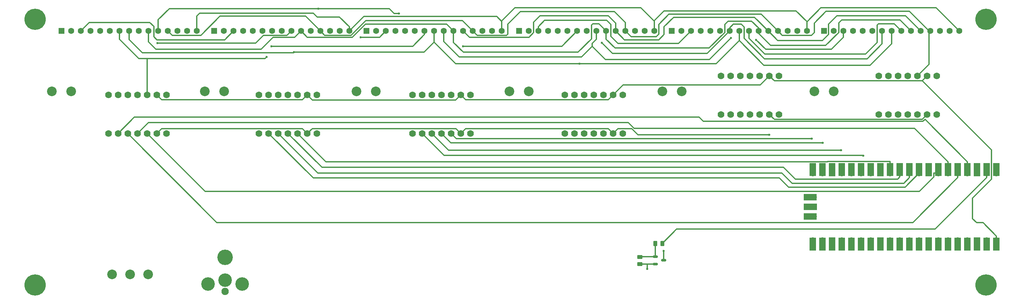
<source format=gtl>
%TF.GenerationSoftware,KiCad,Pcbnew,7.0.6*%
%TF.CreationDate,2023-08-01T17:04:18-04:00*%
%TF.ProjectId,arena_06-inf_raspberry-pi,6172656e-615f-4303-962d-696e665f7261,v0.1*%
%TF.SameCoordinates,Original*%
%TF.FileFunction,Copper,L1,Top*%
%TF.FilePolarity,Positive*%
%FSLAX46Y46*%
G04 Gerber Fmt 4.6, Leading zero omitted, Abs format (unit mm)*
G04 Created by KiCad (PCBNEW 7.0.6) date 2023-08-01 17:04:18*
%MOMM*%
%LPD*%
G01*
G04 APERTURE LIST*
G04 Aperture macros list*
%AMRoundRect*
0 Rectangle with rounded corners*
0 $1 Rounding radius*
0 $2 $3 $4 $5 $6 $7 $8 $9 X,Y pos of 4 corners*
0 Add a 4 corners polygon primitive as box body*
4,1,4,$2,$3,$4,$5,$6,$7,$8,$9,$2,$3,0*
0 Add four circle primitives for the rounded corners*
1,1,$1+$1,$2,$3*
1,1,$1+$1,$4,$5*
1,1,$1+$1,$6,$7*
1,1,$1+$1,$8,$9*
0 Add four rect primitives between the rounded corners*
20,1,$1+$1,$2,$3,$4,$5,0*
20,1,$1+$1,$4,$5,$6,$7,0*
20,1,$1+$1,$6,$7,$8,$9,0*
20,1,$1+$1,$8,$9,$2,$3,0*%
G04 Aperture macros list end*
%TA.AperFunction,ComponentPad*%
%ADD10C,2.540000*%
%TD*%
%TA.AperFunction,ComponentPad*%
%ADD11R,1.600000X1.600000*%
%TD*%
%TA.AperFunction,ComponentPad*%
%ADD12C,1.600000*%
%TD*%
%TA.AperFunction,ComponentPad*%
%ADD13C,1.778000*%
%TD*%
%TA.AperFunction,ComponentPad*%
%ADD14C,3.556000*%
%TD*%
%TA.AperFunction,ComponentPad*%
%ADD15C,1.930400*%
%TD*%
%TA.AperFunction,ComponentPad*%
%ADD16C,4.064000*%
%TD*%
%TA.AperFunction,ComponentPad*%
%ADD17C,5.600000*%
%TD*%
%TA.AperFunction,SMDPad,CuDef*%
%ADD18RoundRect,0.150000X-0.512500X-0.150000X0.512500X-0.150000X0.512500X0.150000X-0.512500X0.150000X0*%
%TD*%
%TA.AperFunction,SMDPad,CuDef*%
%ADD19RoundRect,0.250000X0.450000X-0.262500X0.450000X0.262500X-0.450000X0.262500X-0.450000X-0.262500X0*%
%TD*%
%TA.AperFunction,SMDPad,CuDef*%
%ADD20RoundRect,0.250000X-0.262500X-0.450000X0.262500X-0.450000X0.262500X0.450000X-0.262500X0.450000X0*%
%TD*%
%TA.AperFunction,ComponentPad*%
%ADD21O,1.700000X1.700000*%
%TD*%
%TA.AperFunction,SMDPad,CuDef*%
%ADD22R,1.700000X3.500000*%
%TD*%
%TA.AperFunction,ComponentPad*%
%ADD23R,1.700000X1.700000*%
%TD*%
%TA.AperFunction,SMDPad,CuDef*%
%ADD24R,3.500000X1.700000*%
%TD*%
%TA.AperFunction,ViaPad*%
%ADD25C,0.600000*%
%TD*%
%TA.AperFunction,Conductor*%
%ADD26C,0.300000*%
%TD*%
%TA.AperFunction,Conductor*%
%ADD27C,0.600000*%
%TD*%
G04 APERTURE END LIST*
D10*
%TO.P,C1,1*%
%TO.N,/VIN*%
X49460000Y-74000000D03*
%TO.P,C1,2*%
%TO.N,GND*%
X54540000Y-74000000D03*
%TD*%
%TO.P,C2,1*%
%TO.N,/VIN*%
X89600000Y-74000000D03*
%TO.P,C2,2*%
%TO.N,GND*%
X94680000Y-74000000D03*
%TD*%
%TO.P,C3,1*%
%TO.N,/VIN*%
X129500000Y-74000000D03*
%TO.P,C3,2*%
%TO.N,GND*%
X134580000Y-74000000D03*
%TD*%
%TO.P,C4,1*%
%TO.N,/VIN*%
X169750200Y-74000000D03*
%TO.P,C4,2*%
%TO.N,GND*%
X174830200Y-74000000D03*
%TD*%
%TO.P,C5,1*%
%TO.N,/VIN*%
X209960000Y-74000000D03*
%TO.P,C5,2*%
%TO.N,GND*%
X215040000Y-74000000D03*
%TD*%
D11*
%TO.P,P1,1*%
%TO.N,/VIN*%
X51970000Y-58100000D03*
D12*
%TO.P,P1,2*%
%TO.N,GND*%
X54510000Y-58100000D03*
%TO.P,P1,3*%
%TO.N,/RESET_PAN*%
X57050000Y-58100000D03*
%TO.P,P1,4*%
%TO.N,/SCK_0_5V*%
X59590000Y-58100000D03*
%TO.P,P1,5*%
%TO.N,/MOSI_0_5V*%
X62130000Y-58100000D03*
%TO.P,P1,6*%
%TO.N,/MISO_0_5V*%
X64670000Y-58100000D03*
%TO.P,P1,7*%
%TO.N,/CS_0_5V*%
X67210000Y-58100000D03*
%TO.P,P1,8*%
%TO.N,/CS_1_5V*%
X69750000Y-58100000D03*
%TO.P,P1,9*%
%TO.N,/CS_2_5V*%
X72290000Y-58100000D03*
%TO.P,P1,10*%
%TO.N,/CS_3_5V*%
X74830000Y-58100000D03*
%TO.P,P1,11*%
%TO.N,/CS_4_5V*%
X77370000Y-58100000D03*
%TO.P,P1,12*%
%TO.N,/CS_5_5V*%
X79910000Y-58100000D03*
%TO.P,P1,13*%
%TO.N,unconnected-(P1-Pad13)*%
X82450000Y-58100000D03*
%TO.P,P1,14*%
%TO.N,unconnected-(P1-Pad14)*%
X84990000Y-58100000D03*
%TO.P,P1,15*%
%TO.N,/EXT_INT_5V*%
X87530000Y-58100000D03*
%TD*%
D11*
%TO.P,P2,1*%
%TO.N,/VIN*%
X92070000Y-58100000D03*
D12*
%TO.P,P2,2*%
%TO.N,GND*%
X94610000Y-58100000D03*
%TO.P,P2,3*%
%TO.N,/RESET_PAN*%
X97150000Y-58100000D03*
%TO.P,P2,4*%
%TO.N,/SCK_1_5V*%
X99690000Y-58100000D03*
%TO.P,P2,5*%
%TO.N,/MOSI_1_5V*%
X102230000Y-58100000D03*
%TO.P,P2,6*%
%TO.N,/MISO_1_5V*%
X104770000Y-58100000D03*
%TO.P,P2,7*%
%TO.N,/CS_0_5V*%
X107310000Y-58100000D03*
%TO.P,P2,8*%
%TO.N,/CS_1_5V*%
X109850000Y-58100000D03*
%TO.P,P2,9*%
%TO.N,/CS_2_5V*%
X112390000Y-58100000D03*
%TO.P,P2,10*%
%TO.N,/CS_3_5V*%
X114930000Y-58100000D03*
%TO.P,P2,11*%
%TO.N,/CS_4_5V*%
X117470000Y-58100000D03*
%TO.P,P2,12*%
%TO.N,/CS_5_5V*%
X120010000Y-58100000D03*
%TO.P,P2,13*%
%TO.N,unconnected-(P2-Pad13)*%
X122550000Y-58100000D03*
%TO.P,P2,14*%
%TO.N,unconnected-(P2-Pad14)*%
X125090000Y-58100000D03*
%TO.P,P2,15*%
%TO.N,/EXT_INT_5V*%
X127630000Y-58100000D03*
%TD*%
D11*
%TO.P,P3,1*%
%TO.N,/VIN*%
X132170000Y-58100000D03*
D12*
%TO.P,P3,2*%
%TO.N,GND*%
X134710000Y-58100000D03*
%TO.P,P3,3*%
%TO.N,/RESET_PAN*%
X137250000Y-58100000D03*
%TO.P,P3,4*%
%TO.N,/SCK_2_5V*%
X139790000Y-58100000D03*
%TO.P,P3,5*%
%TO.N,/MOSI_2_5V*%
X142330000Y-58100000D03*
%TO.P,P3,6*%
%TO.N,/MISO_2_5V*%
X144870000Y-58100000D03*
%TO.P,P3,7*%
%TO.N,/CS_0_5V*%
X147410000Y-58100000D03*
%TO.P,P3,8*%
%TO.N,/CS_1_5V*%
X149950000Y-58100000D03*
%TO.P,P3,9*%
%TO.N,/CS_2_5V*%
X152490000Y-58100000D03*
%TO.P,P3,10*%
%TO.N,/CS_3_5V*%
X155030000Y-58100000D03*
%TO.P,P3,11*%
%TO.N,/CS_4_5V*%
X157570000Y-58100000D03*
%TO.P,P3,12*%
%TO.N,/CS_5_5V*%
X160110000Y-58100000D03*
%TO.P,P3,13*%
%TO.N,unconnected-(P3-Pad13)*%
X162650000Y-58100000D03*
%TO.P,P3,14*%
%TO.N,unconnected-(P3-Pad14)*%
X165190000Y-58100000D03*
%TO.P,P3,15*%
%TO.N,/EXT_INT_5V*%
X167730000Y-58100000D03*
%TD*%
D11*
%TO.P,P4,1*%
%TO.N,/VIN*%
X172270000Y-58100000D03*
D12*
%TO.P,P4,2*%
%TO.N,GND*%
X174810000Y-58100000D03*
%TO.P,P4,3*%
%TO.N,/RESET_PAN*%
X177350000Y-58100000D03*
%TO.P,P4,4*%
%TO.N,/SCK_3_5V*%
X179890000Y-58100000D03*
%TO.P,P4,5*%
%TO.N,/MOSI_3_5V*%
X182430000Y-58100000D03*
%TO.P,P4,6*%
%TO.N,/MISO_3_5V*%
X184970000Y-58100000D03*
%TO.P,P4,7*%
%TO.N,/CS_0_5V*%
X187510000Y-58100000D03*
%TO.P,P4,8*%
%TO.N,/CS_1_5V*%
X190050000Y-58100000D03*
%TO.P,P4,9*%
%TO.N,/CS_2_5V*%
X192590000Y-58100000D03*
%TO.P,P4,10*%
%TO.N,/CS_3_5V*%
X195130000Y-58100000D03*
%TO.P,P4,11*%
%TO.N,/CS_4_5V*%
X197670000Y-58100000D03*
%TO.P,P4,12*%
%TO.N,/CS_5_5V*%
X200210000Y-58100000D03*
%TO.P,P4,13*%
%TO.N,unconnected-(P4-Pad13)*%
X202750000Y-58100000D03*
%TO.P,P4,14*%
%TO.N,unconnected-(P4-Pad14)*%
X205290000Y-58100000D03*
%TO.P,P4,15*%
%TO.N,/EXT_INT_5V*%
X207830000Y-58100000D03*
%TD*%
D11*
%TO.P,P5,1*%
%TO.N,/VIN*%
X212370000Y-58100000D03*
D12*
%TO.P,P5,2*%
%TO.N,GND*%
X214910000Y-58100000D03*
%TO.P,P5,3*%
%TO.N,/RESET_PAN*%
X217450000Y-58100000D03*
%TO.P,P5,4*%
%TO.N,/SCK_4_5V*%
X219990000Y-58100000D03*
%TO.P,P5,5*%
%TO.N,/MOSI_4_5V*%
X222530000Y-58100000D03*
%TO.P,P5,6*%
%TO.N,/MISO_4_5V*%
X225070000Y-58100000D03*
%TO.P,P5,7*%
%TO.N,/CS_0_5V*%
X227610000Y-58100000D03*
%TO.P,P5,8*%
%TO.N,/CS_1_5V*%
X230150000Y-58100000D03*
%TO.P,P5,9*%
%TO.N,/CS_2_5V*%
X232690000Y-58100000D03*
%TO.P,P5,10*%
%TO.N,/CS_3_5V*%
X235230000Y-58100000D03*
%TO.P,P5,11*%
%TO.N,/CS_4_5V*%
X237770000Y-58100000D03*
%TO.P,P5,12*%
%TO.N,/CS_5_5V*%
X240310000Y-58100000D03*
%TO.P,P5,13*%
%TO.N,unconnected-(P5-Pad13)*%
X242850000Y-58100000D03*
%TO.P,P5,14*%
%TO.N,unconnected-(P5-Pad14)*%
X245390000Y-58100000D03*
%TO.P,P5,15*%
%TO.N,/EXT_INT_5V*%
X247930000Y-58100000D03*
%TD*%
D11*
%TO.P,P6,1*%
%TO.N,/VIN*%
X252470000Y-58100000D03*
D12*
%TO.P,P6,2*%
%TO.N,GND*%
X255010000Y-58100000D03*
%TO.P,P6,3*%
%TO.N,/RESET_PAN*%
X257550000Y-58100000D03*
%TO.P,P6,4*%
%TO.N,/SCK_5_5V*%
X260090000Y-58100000D03*
%TO.P,P6,5*%
%TO.N,/MOSI_5_5V*%
X262630000Y-58100000D03*
%TO.P,P6,6*%
%TO.N,/MISO_5_5V*%
X265170000Y-58100000D03*
%TO.P,P6,7*%
%TO.N,/CS_0_5V*%
X267710000Y-58100000D03*
%TO.P,P6,8*%
%TO.N,/CS_1_5V*%
X270250000Y-58100000D03*
%TO.P,P6,9*%
%TO.N,/CS_2_5V*%
X272790000Y-58100000D03*
%TO.P,P6,10*%
%TO.N,/CS_3_5V*%
X275330000Y-58100000D03*
%TO.P,P6,11*%
%TO.N,/CS_4_5V*%
X277870000Y-58100000D03*
%TO.P,P6,12*%
%TO.N,/CS_5_5V*%
X280410000Y-58100000D03*
%TO.P,P6,13*%
%TO.N,unconnected-(P6-Pad13)*%
X282950000Y-58100000D03*
%TO.P,P6,14*%
%TO.N,unconnected-(P6-Pad14)*%
X285490000Y-58100000D03*
%TO.P,P6,15*%
%TO.N,/EXT_INT_5V*%
X288030000Y-58100000D03*
%TD*%
D10*
%TO.P,SW1,1,A*%
%TO.N,/VIN_SW*%
X65250200Y-122200000D03*
%TO.P,SW1,2,B*%
%TO.N,/VIN*%
X70000000Y-122200000D03*
%TO.P,SW1,3,C*%
%TO.N,GND*%
X74749800Y-122200000D03*
%TD*%
D13*
%TO.P,U1,1,OE*%
%TO.N,unconnected-(U1-OE-Pad1)*%
X64300000Y-85080000D03*
%TO.P,U1,2,A1*%
%TO.N,/SCK_0_3V3*%
X66840000Y-85080000D03*
%TO.P,U1,3,A2*%
%TO.N,/MOSI_0_3V3*%
X69380000Y-85080000D03*
%TO.P,U1,4,A3*%
%TO.N,/MISO_0_3V3*%
X71920000Y-85080000D03*
%TO.P,U1,5,A4*%
%TO.N,/CS_0_3V3*%
X74460000Y-85080000D03*
%TO.P,U1,6,LV*%
%TO.N,/3V3*%
X77000000Y-85080000D03*
%TO.P,U1,7,GND*%
%TO.N,GND*%
X79540000Y-85080000D03*
%TO.P,U1,8,GND*%
X79540000Y-74920000D03*
%TO.P,U1,9,HV*%
%TO.N,/5V*%
X77000000Y-74920000D03*
%TO.P,U1,10,B4*%
%TO.N,/CS_0_5V*%
X74460000Y-74920000D03*
%TO.P,U1,11,B3*%
%TO.N,/MISO_0_5V*%
X71920000Y-74920000D03*
%TO.P,U1,12,B2*%
%TO.N,/MOSI_0_5V*%
X69380000Y-74920000D03*
%TO.P,U1,13,B1*%
%TO.N,/SCK_0_5V*%
X66840000Y-74920000D03*
%TO.P,U1,14,OE*%
%TO.N,unconnected-(U1-OE-Pad14)*%
X64300000Y-74920000D03*
%TD*%
%TO.P,U2,1,OE*%
%TO.N,unconnected-(U2-OE-Pad1)*%
X103880000Y-85080000D03*
%TO.P,U2,2,A1*%
%TO.N,/SCK_1_3V3*%
X106420000Y-85080000D03*
%TO.P,U2,3,A2*%
%TO.N,/MOSI_1_3V3*%
X108960000Y-85080000D03*
%TO.P,U2,4,A3*%
%TO.N,/MISO_1_3V3*%
X111500000Y-85080000D03*
%TO.P,U2,5,A4*%
%TO.N,/CS_1_3V3*%
X114040000Y-85080000D03*
%TO.P,U2,6,LV*%
%TO.N,/3V3*%
X116580000Y-85080000D03*
%TO.P,U2,7,GND*%
%TO.N,GND*%
X119120000Y-85080000D03*
%TO.P,U2,8,GND*%
X119120000Y-74920000D03*
%TO.P,U2,9,HV*%
%TO.N,/5V*%
X116580000Y-74920000D03*
%TO.P,U2,10,B4*%
%TO.N,/CS_1_5V*%
X114040000Y-74920000D03*
%TO.P,U2,11,B3*%
%TO.N,/MISO_1_5V*%
X111500000Y-74920000D03*
%TO.P,U2,12,B2*%
%TO.N,/MOSI_1_5V*%
X108960000Y-74920000D03*
%TO.P,U2,13,B1*%
%TO.N,/SCK_1_5V*%
X106420000Y-74920000D03*
%TO.P,U2,14,OE*%
%TO.N,unconnected-(U2-OE-Pad14)*%
X103880000Y-74920000D03*
%TD*%
%TO.P,U3,1,OE*%
%TO.N,unconnected-(U3-OE-Pad1)*%
X144260000Y-85080000D03*
%TO.P,U3,2,A1*%
%TO.N,/SCK_2_3V3*%
X146800000Y-85080000D03*
%TO.P,U3,3,A2*%
%TO.N,/MOSI_2_3V3*%
X149340000Y-85080000D03*
%TO.P,U3,4,A3*%
%TO.N,/MISO_2_3V3*%
X151880000Y-85080000D03*
%TO.P,U3,5,A4*%
%TO.N,/CS_2_3V3*%
X154420000Y-85080000D03*
%TO.P,U3,6,LV*%
%TO.N,/3V3*%
X156960000Y-85080000D03*
%TO.P,U3,7,GND*%
%TO.N,GND*%
X159500000Y-85080000D03*
%TO.P,U3,8,GND*%
X159500000Y-74920000D03*
%TO.P,U3,9,HV*%
%TO.N,/5V*%
X156960000Y-74920000D03*
%TO.P,U3,10,B4*%
%TO.N,/CS_2_5V*%
X154420000Y-74920000D03*
%TO.P,U3,11,B3*%
%TO.N,/MISO_2_5V*%
X151880000Y-74920000D03*
%TO.P,U3,12,B2*%
%TO.N,/MOSI_2_5V*%
X149340000Y-74920000D03*
%TO.P,U3,13,B1*%
%TO.N,/SCK_2_5V*%
X146800000Y-74920000D03*
%TO.P,U3,14,OE*%
%TO.N,unconnected-(U3-OE-Pad14)*%
X144260000Y-74920000D03*
%TD*%
%TO.P,U4,1,OE*%
%TO.N,unconnected-(U4-OE-Pad1)*%
X184300000Y-85080000D03*
%TO.P,U4,2,A1*%
%TO.N,/SCK_3_3V3*%
X186840000Y-85080000D03*
%TO.P,U4,3,A2*%
%TO.N,/MOSI_3_3V3*%
X189380000Y-85080000D03*
%TO.P,U4,4,A3*%
%TO.N,/MISO_3_3V3*%
X191920000Y-85080000D03*
%TO.P,U4,5,A4*%
%TO.N,/CS_3_3V3*%
X194460000Y-85080000D03*
%TO.P,U4,6,LV*%
%TO.N,/3V3*%
X197000000Y-85080000D03*
%TO.P,U4,7,GND*%
%TO.N,GND*%
X199540000Y-85080000D03*
%TO.P,U4,8,GND*%
X199540000Y-74920000D03*
%TO.P,U4,9,HV*%
%TO.N,/5V*%
X197000000Y-74920000D03*
%TO.P,U4,10,B4*%
%TO.N,/CS_3_5V*%
X194460000Y-74920000D03*
%TO.P,U4,11,B3*%
%TO.N,/MISO_3_5V*%
X191920000Y-74920000D03*
%TO.P,U4,12,B2*%
%TO.N,/MOSI_3_5V*%
X189380000Y-74920000D03*
%TO.P,U4,13,B1*%
%TO.N,/SCK_3_5V*%
X186840000Y-74920000D03*
%TO.P,U4,14,OE*%
%TO.N,unconnected-(U4-OE-Pad14)*%
X184300000Y-74920000D03*
%TD*%
%TO.P,U5,1,OE*%
%TO.N,unconnected-(U5-OE-Pad1)*%
X225380000Y-80080000D03*
%TO.P,U5,2,A1*%
%TO.N,/SCK_4_3V3*%
X227920000Y-80080000D03*
%TO.P,U5,3,A2*%
%TO.N,/MOSI_4_3V3*%
X230460000Y-80080000D03*
%TO.P,U5,4,A3*%
%TO.N,/MISO_4_3V3*%
X233000000Y-80080000D03*
%TO.P,U5,5,A4*%
%TO.N,/CS_4_3V3*%
X235540000Y-80080000D03*
%TO.P,U5,6,LV*%
%TO.N,/3V3*%
X238080000Y-80080000D03*
%TO.P,U5,7,GND*%
%TO.N,GND*%
X240620000Y-80080000D03*
%TO.P,U5,8,GND*%
X240620000Y-69920000D03*
%TO.P,U5,9,HV*%
%TO.N,/5V*%
X238080000Y-69920000D03*
%TO.P,U5,10,B4*%
%TO.N,/CS_4_5V*%
X235540000Y-69920000D03*
%TO.P,U5,11,B3*%
%TO.N,/MISO_4_5V*%
X233000000Y-69920000D03*
%TO.P,U5,12,B2*%
%TO.N,/MOSI_4_5V*%
X230460000Y-69920000D03*
%TO.P,U5,13,B1*%
%TO.N,/SCK_4_5V*%
X227920000Y-69920000D03*
%TO.P,U5,14,OE*%
%TO.N,unconnected-(U5-OE-Pad14)*%
X225380000Y-69920000D03*
%TD*%
%TO.P,U6,1,OE*%
%TO.N,unconnected-(U6-OE-Pad1)*%
X266880000Y-80080000D03*
%TO.P,U6,2,A1*%
%TO.N,/SCK_5_3V3*%
X269420000Y-80080000D03*
%TO.P,U6,3,A2*%
%TO.N,/MOSI_5_3V3*%
X271960000Y-80080000D03*
%TO.P,U6,4,A3*%
%TO.N,/MISO_5_3V3*%
X274500000Y-80080000D03*
%TO.P,U6,5,A4*%
%TO.N,/CS_5_3V3*%
X277040000Y-80080000D03*
%TO.P,U6,6,LV*%
%TO.N,/3V3*%
X279580000Y-80080000D03*
%TO.P,U6,7,GND*%
%TO.N,GND*%
X282120000Y-80080000D03*
%TO.P,U6,8,GND*%
X282120000Y-69920000D03*
%TO.P,U6,9,HV*%
%TO.N,/5V*%
X279580000Y-69920000D03*
%TO.P,U6,10,B4*%
%TO.N,/CS_5_5V*%
X277040000Y-69920000D03*
%TO.P,U6,11,B3*%
%TO.N,/MISO_5_5V*%
X274500000Y-69920000D03*
%TO.P,U6,12,B2*%
%TO.N,/MOSI_5_5V*%
X271960000Y-69920000D03*
%TO.P,U6,13,B1*%
%TO.N,/SCK_5_5V*%
X269420000Y-69920000D03*
%TO.P,U6,14,OE*%
%TO.N,unconnected-(U6-OE-Pad14)*%
X266880000Y-69920000D03*
%TD*%
D14*
%TO.P,J1,*%
%TO.N,*%
X99495800Y-124670000D03*
D15*
X95000000Y-126676600D03*
D14*
X90504200Y-124670000D03*
D16*
%TO.P,J1,1*%
%TO.N,/VIN_SW*%
X95000000Y-117685000D03*
D14*
%TO.P,J1,2*%
%TO.N,GND*%
X95000000Y-123679400D03*
%TD*%
D17*
%TO.P,H3,1,1*%
%TO.N,GND*%
X295000000Y-125000000D03*
%TD*%
D18*
%TO.P,Q2,1,G*%
%TO.N,Net-(Q2-G)*%
X208052500Y-117530000D03*
%TO.P,Q2,2,S*%
%TO.N,GND*%
X208052500Y-119430000D03*
%TO.P,Q2,3,D*%
%TO.N,/RESET_PAN*%
X210327500Y-118480000D03*
%TD*%
D17*
%TO.P,H4,1,1*%
%TO.N,GND*%
X295000000Y-55000000D03*
%TD*%
%TO.P,H1,1,1*%
%TO.N,GND*%
X45000000Y-55000000D03*
%TD*%
D19*
%TO.P,R2,1*%
%TO.N,GND*%
X204000000Y-119412500D03*
%TO.P,R2,2*%
%TO.N,Net-(Q2-G)*%
X204000000Y-117587500D03*
%TD*%
D20*
%TO.P,R1,1*%
%TO.N,Net-(Q2-G)*%
X208087500Y-114000000D03*
%TO.P,R1,2*%
%TO.N,/RESET*%
X209912500Y-114000000D03*
%TD*%
D10*
%TO.P,C6,1*%
%TO.N,/VIN*%
X249920000Y-74000000D03*
%TO.P,C6,2*%
%TO.N,GND*%
X255000000Y-74000000D03*
%TD*%
D17*
%TO.P,H2,1,1*%
%TO.N,GND*%
X45000000Y-125000000D03*
%TD*%
D21*
%TO.P,U10,1,GPIO0*%
%TO.N,/CS_5_3V3*%
X297780000Y-95500000D03*
D22*
X297780000Y-94600000D03*
D21*
%TO.P,U10,2,GPIO1*%
%TO.N,/RESET*%
X295240000Y-95500000D03*
D22*
X295240000Y-94600000D03*
D23*
%TO.P,U10,3,GND*%
%TO.N,GND*%
X292700000Y-95500000D03*
D22*
X292700000Y-94600000D03*
D21*
%TO.P,U10,4,GPIO2*%
%TO.N,/SCK_0_3V3*%
X290160000Y-95500000D03*
D22*
X290160000Y-94600000D03*
D21*
%TO.P,U10,5,GPIO3*%
%TO.N,/MOSI_0_3V3*%
X287620000Y-95500000D03*
D22*
X287620000Y-94600000D03*
D21*
%TO.P,U10,6,GPIO4*%
%TO.N,/MISO_0_3V3*%
X285080000Y-95500000D03*
D22*
X285080000Y-94600000D03*
D21*
%TO.P,U10,7,GPIO5*%
%TO.N,/CS_0_3V3*%
X282540000Y-95500000D03*
D22*
X282540000Y-94600000D03*
D23*
%TO.P,U10,8,GND*%
%TO.N,GND*%
X280000000Y-95500000D03*
D22*
X280000000Y-94600000D03*
D21*
%TO.P,U10,9,GPIO6*%
%TO.N,/SCK_1_3V3*%
X277460000Y-95500000D03*
D22*
X277460000Y-94600000D03*
D21*
%TO.P,U10,10,GPIO7*%
%TO.N,/MOSI_1_3V3*%
X274920000Y-95500000D03*
D22*
X274920000Y-94600000D03*
D21*
%TO.P,U10,11,GPIO8*%
%TO.N,/MISO_1_3V3*%
X272380000Y-95500000D03*
D22*
X272380000Y-94600000D03*
D21*
%TO.P,U10,12,GPIO9*%
%TO.N,/CS_1_3V3*%
X269840000Y-95500000D03*
D22*
X269840000Y-94600000D03*
D23*
%TO.P,U10,13,GND*%
%TO.N,GND*%
X267300000Y-95500000D03*
D22*
X267300000Y-94600000D03*
D21*
%TO.P,U10,14,GPIO10*%
%TO.N,/SCK_2_3V3*%
X264760000Y-95500000D03*
D22*
X264760000Y-94600000D03*
D21*
%TO.P,U10,15,GPIO11*%
%TO.N,/MOSI_2_3V3*%
X262220000Y-95500000D03*
D22*
X262220000Y-94600000D03*
D21*
%TO.P,U10,16,GPIO12*%
%TO.N,/MISO_2_3V3*%
X259680000Y-95500000D03*
D22*
X259680000Y-94600000D03*
D21*
%TO.P,U10,17,GPIO13*%
%TO.N,/CS_2_3V3*%
X257140000Y-95500000D03*
D22*
X257140000Y-94600000D03*
D23*
%TO.P,U10,18,GND*%
%TO.N,GND*%
X254600000Y-95500000D03*
D22*
X254600000Y-94600000D03*
D21*
%TO.P,U10,19,GPIO14*%
%TO.N,/SCK_3_3V3*%
X252060000Y-95500000D03*
D22*
X252060000Y-94600000D03*
D21*
%TO.P,U10,20,GPIO15*%
%TO.N,/MOSI_3_3V3*%
X249520000Y-95500000D03*
D22*
X249520000Y-94600000D03*
D21*
%TO.P,U10,21,GPIO16*%
%TO.N,/MISO_3_3V3*%
X249520000Y-113280000D03*
D22*
X249520000Y-114180000D03*
D21*
%TO.P,U10,22,GPIO17*%
%TO.N,/CS_3_3V3*%
X252060000Y-113280000D03*
D22*
X252060000Y-114180000D03*
D23*
%TO.P,U10,23,GND*%
%TO.N,GND*%
X254600000Y-113280000D03*
D22*
X254600000Y-114180000D03*
D21*
%TO.P,U10,24,GPIO18*%
%TO.N,/SCK_4_3V3*%
X257140000Y-113280000D03*
D22*
X257140000Y-114180000D03*
D21*
%TO.P,U10,25,GPIO19*%
%TO.N,/MOSI_4_3V3*%
X259680000Y-113280000D03*
D22*
X259680000Y-114180000D03*
D21*
%TO.P,U10,26,GPIO20*%
%TO.N,/MISO_4_3V3*%
X262220000Y-113280000D03*
D22*
X262220000Y-114180000D03*
D21*
%TO.P,U10,27,GPIO21*%
%TO.N,/CS_4_3V3*%
X264760000Y-113280000D03*
D22*
X264760000Y-114180000D03*
D23*
%TO.P,U10,28,GND*%
%TO.N,GND*%
X267300000Y-113280000D03*
D22*
X267300000Y-114180000D03*
D21*
%TO.P,U10,29,GPIO22*%
%TO.N,/SCK_5_3V3*%
X269840000Y-113280000D03*
D22*
X269840000Y-114180000D03*
D21*
%TO.P,U10,30,RUN*%
%TO.N,unconnected-(U10-RUN-Pad30)*%
X272380000Y-113280000D03*
D22*
X272380000Y-114180000D03*
D21*
%TO.P,U10,31,GPIO26_ADC0*%
%TO.N,/MOSI_5_3V3*%
X274920000Y-113280000D03*
D22*
X274920000Y-114180000D03*
D21*
%TO.P,U10,32,GPIO27_ADC1*%
%TO.N,/MISO_5_3V3*%
X277460000Y-113280000D03*
D22*
X277460000Y-114180000D03*
D23*
%TO.P,U10,33,AGND*%
%TO.N,GND*%
X280000000Y-113280000D03*
D22*
X280000000Y-114180000D03*
D21*
%TO.P,U10,34,GPIO28_ADC2*%
%TO.N,/CS_5_3V3*%
X282540000Y-113280000D03*
D22*
X282540000Y-114180000D03*
D21*
%TO.P,U10,35,ADC_VREF*%
%TO.N,unconnected-(U10-ADC_VREF-Pad35)*%
X285080000Y-113280000D03*
D22*
X285080000Y-114180000D03*
D21*
%TO.P,U10,36,3V3*%
%TO.N,/3V3*%
X287620000Y-113280000D03*
D22*
X287620000Y-114180000D03*
D21*
%TO.P,U10,37,3V3_EN*%
%TO.N,unconnected-(U10-3V3_EN-Pad37)*%
X290160000Y-113280000D03*
D22*
X290160000Y-114180000D03*
D23*
%TO.P,U10,38,GND*%
%TO.N,GND*%
X292700000Y-113280000D03*
D22*
X292700000Y-114180000D03*
D21*
%TO.P,U10,39,VSYS*%
%TO.N,unconnected-(U10-VSYS-Pad39)*%
X295240000Y-113280000D03*
D22*
X295240000Y-114180000D03*
D21*
%TO.P,U10,40,VBUS*%
%TO.N,/5V*%
X297780000Y-113280000D03*
D22*
X297780000Y-114180000D03*
D21*
%TO.P,U10,41,SWCLK*%
%TO.N,unconnected-(U10-SWCLK-Pad41)*%
X249750000Y-101850000D03*
D24*
X248850000Y-101850000D03*
D23*
%TO.P,U10,42,GND*%
%TO.N,GND*%
X249750000Y-104390000D03*
D24*
X248850000Y-104390000D03*
D21*
%TO.P,U10,43,SWDIO*%
%TO.N,unconnected-(U10-SWDIO-Pad43)*%
X249750000Y-106930000D03*
D24*
X248850000Y-106930000D03*
%TD*%
D25*
%TO.N,/3V3*%
X238080000Y-85400000D03*
%TO.N,/CS_0_5V*%
X107200000Y-62100000D03*
X194054100Y-61197400D03*
X105900000Y-64900000D03*
X157500000Y-62100000D03*
%TO.N,/CS_1_5V*%
X113076000Y-63700000D03*
X188200000Y-66700000D03*
%TO.N,/CS_2_3V3*%
X249248300Y-86408200D03*
%TO.N,/CS_2_5V*%
X77200000Y-61300000D03*
X228000000Y-59900000D03*
%TO.N,/CS_4_5V*%
X119500000Y-52249500D03*
X140700000Y-53500000D03*
%TO.N,/MOSI_2_3V3*%
X256900000Y-89500000D03*
%TO.N,/RESET_PAN*%
X130631600Y-59778400D03*
X210327500Y-115972500D03*
X234600000Y-60400000D03*
%TO.N,/SCK_2_3V3*%
X262800000Y-90900000D03*
%TO.N,GND*%
X206000000Y-120750000D03*
%TO.N,/MISO_2_3V3*%
X252100000Y-87500000D03*
%TD*%
D26*
%TO.N,/3V3*%
X77000000Y-85080000D02*
X78293200Y-83786800D01*
X116580000Y-85080000D02*
X117873200Y-83786800D01*
X115286800Y-83786800D02*
X116580000Y-85080000D01*
X155666800Y-83786800D02*
X156960000Y-85080000D01*
X156960000Y-85080000D02*
X158253200Y-83786800D01*
X117873200Y-83786800D02*
X155666800Y-83786800D01*
X238080000Y-85400000D02*
X203500000Y-85400000D01*
X201887000Y-83787000D02*
X198293000Y-83787000D01*
X198293000Y-83787000D02*
X197000000Y-85080000D01*
X238080000Y-80080000D02*
X239388300Y-81388300D01*
X278271700Y-81388300D02*
X279580000Y-80080000D01*
X195706800Y-83786800D02*
X197000000Y-85080000D01*
X158253200Y-83786800D02*
X195706800Y-83786800D01*
X78293200Y-83786800D02*
X115286800Y-83786800D01*
X203500000Y-85400000D02*
X201887000Y-83787000D01*
X239388300Y-81388300D02*
X278271700Y-81388300D01*
%TO.N,/5V*%
X199644200Y-72275800D02*
X235724200Y-72275800D01*
X116580000Y-74920000D02*
X117918300Y-76258300D01*
X296477500Y-89410100D02*
X296477500Y-97122500D01*
X78293200Y-76213200D02*
X115286800Y-76213200D01*
X235724200Y-72275800D02*
X238080000Y-69920000D01*
X77000000Y-74920000D02*
X78293200Y-76213200D01*
X197000000Y-74920000D02*
X199644200Y-72275800D01*
X155621700Y-76258300D02*
X156960000Y-74920000D01*
X291500000Y-107500000D02*
X292547207Y-108547207D01*
X296477500Y-97122500D02*
X291500000Y-102100000D01*
X297780000Y-112080000D02*
X297780000Y-113280000D01*
X195706700Y-76213300D02*
X197000000Y-74920000D01*
X238080000Y-69920000D02*
X239376300Y-71216300D01*
X158253300Y-76213300D02*
X195706700Y-76213300D01*
X292547207Y-108547207D02*
X294247207Y-108547207D01*
X117918300Y-76258300D02*
X155621700Y-76258300D01*
X278283700Y-71216300D02*
X279580000Y-69920000D01*
X115286800Y-76213200D02*
X116580000Y-74920000D01*
X294247207Y-108547207D02*
X297780000Y-112080000D01*
X291500000Y-102100000D02*
X291500000Y-107500000D01*
X278283700Y-71216300D02*
X296477500Y-89410100D01*
X156960000Y-74920000D02*
X158253300Y-76213300D01*
X239376300Y-71216300D02*
X278283700Y-71216300D01*
%TO.N,/CS_0_3V3*%
X281339900Y-96475100D02*
X281339900Y-95500000D01*
X89680000Y-100300000D02*
X277515000Y-100300000D01*
X74460000Y-85080000D02*
X89680000Y-100300000D01*
X281339900Y-95500000D02*
X282540000Y-95500000D01*
X277515000Y-100300000D02*
X281339900Y-96475100D01*
%TO.N,/CS_0_5V*%
X74460000Y-74920000D02*
X74460000Y-65350000D01*
X157500000Y-62100000D02*
X183510000Y-62100000D01*
X236800000Y-65400000D02*
X231420000Y-60020000D01*
X231420000Y-57020000D02*
X230700000Y-56300000D01*
X228600000Y-56300000D02*
X227610000Y-57290000D01*
X107200000Y-62100000D02*
X144300000Y-62100000D01*
X267710000Y-58100000D02*
X267710000Y-61490000D01*
X227610000Y-57290000D02*
X227610000Y-58100000D01*
X67210000Y-60310000D02*
X67210000Y-58100000D01*
X74460000Y-65350000D02*
X72250000Y-65350000D01*
X196856700Y-64000000D02*
X194054100Y-61197400D01*
X267710000Y-61490000D02*
X263800000Y-65400000D01*
X105900000Y-64900000D02*
X105450000Y-65350000D01*
X105450000Y-65350000D02*
X74460000Y-65350000D01*
X231420000Y-60020000D02*
X231420000Y-57020000D01*
X183510000Y-62100000D02*
X187510000Y-58100000D01*
X263800000Y-65400000D02*
X236800000Y-65400000D01*
X230700000Y-56300000D02*
X228600000Y-56300000D01*
X144300000Y-62100000D02*
X147410000Y-58990000D01*
X227610000Y-58100000D02*
X221710000Y-64000000D01*
X147410000Y-58990000D02*
X147410000Y-58100000D01*
X72250000Y-65350000D02*
X67210000Y-60310000D01*
X221710000Y-64000000D02*
X196856700Y-64000000D01*
%TO.N,/CS_1_3V3*%
X253346000Y-92500000D02*
X121460000Y-92500000D01*
X269786100Y-92446000D02*
X253400000Y-92446000D01*
X269840000Y-92499900D02*
X269786100Y-92446000D01*
X269840000Y-95500000D02*
X269840000Y-92499900D01*
X121460000Y-92500000D02*
X114040000Y-85080000D01*
X253400000Y-92446000D02*
X253346000Y-92500000D01*
%TO.N,/CS_1_5V*%
X270250000Y-61450000D02*
X270250000Y-58100000D01*
X69750000Y-60350000D02*
X69750000Y-58100000D01*
X155600000Y-66700000D02*
X149950000Y-61050000D01*
X264600000Y-67100000D02*
X270250000Y-61450000D01*
X224100000Y-66700000D02*
X230150000Y-60650000D01*
X188200000Y-66700000D02*
X155600000Y-66700000D01*
X147300000Y-63700000D02*
X149950000Y-61050000D01*
X113076000Y-63700000D02*
X147300000Y-63700000D01*
X112976000Y-63800000D02*
X73200000Y-63800000D01*
X113076000Y-63700000D02*
X112976000Y-63800000D01*
X73200000Y-63800000D02*
X69750000Y-60350000D01*
X149950000Y-61050000D02*
X149950000Y-58100000D01*
X188200000Y-66700000D02*
X224100000Y-66700000D01*
X236600000Y-67100000D02*
X264600000Y-67100000D01*
X230150000Y-60650000D02*
X236600000Y-67100000D01*
X230150000Y-58100000D02*
X230150000Y-60650000D01*
%TO.N,/CS_2_3V3*%
X249248300Y-86408200D02*
X155748200Y-86408200D01*
X155748200Y-86408200D02*
X154420000Y-85080000D01*
%TO.N,/CS_2_5V*%
X266440000Y-61160000D02*
X266440000Y-56560000D01*
X111234900Y-59255100D02*
X112390000Y-58100000D01*
X156495000Y-64900000D02*
X152490000Y-60895000D01*
X232690000Y-59990000D02*
X236900000Y-64200000D01*
X266440000Y-56560000D02*
X266800000Y-56200000D01*
X270890000Y-56200000D02*
X272790000Y-58100000D01*
X77200000Y-61300000D02*
X103003200Y-61300000D01*
X103003200Y-61300000D02*
X105048100Y-59255100D01*
X222300000Y-65600000D02*
X195000000Y-65600000D01*
X191500000Y-61400000D02*
X191500000Y-62100000D01*
X236900000Y-64200000D02*
X263400000Y-64200000D01*
X191500000Y-62100000D02*
X188700000Y-64900000D01*
X232690000Y-58100000D02*
X232690000Y-59990000D01*
X105048100Y-59255100D02*
X111234900Y-59255100D01*
X152490000Y-60895000D02*
X152490000Y-58100000D01*
X228000000Y-59900000D02*
X222300000Y-65600000D01*
X192590000Y-60310000D02*
X191500000Y-61400000D01*
X195000000Y-65600000D02*
X191500000Y-62100000D01*
X188700000Y-64900000D02*
X156495000Y-64900000D01*
X192590000Y-58100000D02*
X192590000Y-60310000D01*
X266800000Y-56200000D02*
X270890000Y-56200000D01*
X263400000Y-64200000D02*
X266440000Y-61160000D01*
%TO.N,/CS_3_5V*%
X227200000Y-55500000D02*
X226340000Y-56360000D01*
X114930000Y-58100000D02*
X113274700Y-59755300D01*
X197465000Y-62600000D02*
X195130000Y-60265000D01*
X74830000Y-60930000D02*
X74830000Y-58100000D01*
X191320000Y-60155693D02*
X187775693Y-63700000D01*
X235230000Y-57330000D02*
X233400000Y-55500000D01*
X114930000Y-58100000D02*
X116591300Y-59761300D01*
X226340000Y-58469800D02*
X222209800Y-62600000D01*
X76800000Y-62900000D02*
X74830000Y-60930000D01*
X256318300Y-58497800D02*
X256318300Y-55981700D01*
X256318300Y-55981700D02*
X257100000Y-55200000D01*
X195130000Y-58100000D02*
X193230000Y-56200000D01*
X113274700Y-59755300D02*
X107576800Y-59755300D01*
X191320000Y-56580000D02*
X191320000Y-60155693D01*
X226340000Y-56360000D02*
X226340000Y-58469800D01*
X107576800Y-59755300D02*
X104432100Y-62900000D01*
X272430000Y-55200000D02*
X275330000Y-58100000D01*
X235230000Y-58100000D02*
X235230000Y-57330000D01*
X252916100Y-61900000D02*
X256318300Y-58497800D01*
X104432100Y-62900000D02*
X76800000Y-62900000D01*
X222209800Y-62600000D02*
X197465000Y-62600000D01*
X193230000Y-56200000D02*
X191700000Y-56200000D01*
X235230000Y-58730000D02*
X238400000Y-61900000D01*
X153230000Y-56300000D02*
X155030000Y-58100000D01*
X195130000Y-60265000D02*
X195130000Y-58100000D01*
X131874900Y-56300000D02*
X153230000Y-56300000D01*
X257100000Y-55200000D02*
X272430000Y-55200000D01*
X187775693Y-63700000D02*
X157600000Y-63700000D01*
X157600000Y-63700000D02*
X155030000Y-61130000D01*
X128413600Y-59761300D02*
X131874900Y-56300000D01*
X238400000Y-61900000D02*
X252916100Y-61900000D01*
X233400000Y-55500000D02*
X227200000Y-55500000D01*
X235230000Y-58100000D02*
X235230000Y-58730000D01*
X116591300Y-59761300D02*
X128413600Y-59761300D01*
X155030000Y-61130000D02*
X155030000Y-58100000D01*
X191700000Y-56200000D02*
X191320000Y-56580000D01*
%TO.N,/CS_4_5V*%
X255800000Y-54100000D02*
X273870000Y-54100000D01*
X176118300Y-58499800D02*
X174857300Y-59760800D01*
X197670000Y-58100000D02*
X199970000Y-60400000D01*
X197670000Y-56070000D02*
X195700000Y-54100000D01*
X119450500Y-52200000D02*
X80300000Y-52200000D01*
X119549500Y-52200000D02*
X138159400Y-52200000D01*
X209000000Y-60400000D02*
X210400000Y-59000000D01*
X159230800Y-59760800D02*
X157570000Y-58100000D01*
X273870000Y-54100000D02*
X277870000Y-58100000D01*
X119500000Y-52249500D02*
X119549500Y-52200000D01*
X234170000Y-54500000D02*
X237770000Y-58100000D01*
X240270000Y-60600000D02*
X252065100Y-60600000D01*
X210400000Y-59000000D02*
X210400000Y-57000000D01*
X252065100Y-60600000D02*
X253620200Y-59044900D01*
X139459400Y-53500000D02*
X140700000Y-53500000D01*
X80300000Y-52200000D02*
X77370000Y-55130000D01*
X119500000Y-52249500D02*
X119450500Y-52200000D01*
X77370000Y-55130000D02*
X77370000Y-58100000D01*
X199970000Y-60400000D02*
X209000000Y-60400000D01*
X177800000Y-54100000D02*
X176118300Y-55781700D01*
X174857300Y-59760800D02*
X159230800Y-59760800D01*
X197670000Y-58100000D02*
X197670000Y-56070000D01*
X138159400Y-52200000D02*
X139459400Y-53500000D01*
X210400000Y-57000000D02*
X212900000Y-54500000D01*
X253620200Y-56279800D02*
X255800000Y-54100000D01*
X212900000Y-54500000D02*
X234170000Y-54500000D01*
X253620200Y-59044900D02*
X253620200Y-56279800D01*
X195700000Y-54100000D02*
X177800000Y-54100000D01*
X176118300Y-55781700D02*
X176118300Y-58499800D01*
X237770000Y-58100000D02*
X240270000Y-60600000D01*
%TO.N,/CS_5_5V*%
X280093200Y-66866800D02*
X277040000Y-69920000D01*
X128115000Y-59250200D02*
X131965200Y-55400000D01*
X169300000Y-58900000D02*
X169300000Y-56300000D01*
X208300000Y-59600000D02*
X208980000Y-58920000D01*
X160110000Y-58100000D02*
X161270700Y-59260700D01*
X169300000Y-56300000D02*
X172600000Y-53000000D01*
X240310000Y-58100000D02*
X241470600Y-59260600D01*
X88599800Y-59250200D02*
X81060200Y-59250200D01*
X157410000Y-55400000D02*
X160110000Y-58100000D01*
X200210000Y-58100000D02*
X201710000Y-59600000D01*
X121160200Y-59250200D02*
X128115000Y-59250200D01*
X81060200Y-59250200D02*
X79910000Y-58100000D01*
X93650000Y-54200000D02*
X88599800Y-59250200D01*
X280093200Y-58100000D02*
X280093200Y-66866800D01*
X197300000Y-53000000D02*
X200210000Y-55910000D01*
X116110000Y-54200000D02*
X93650000Y-54200000D01*
X274893200Y-52900000D02*
X280093200Y-58100000D01*
X208980000Y-56402400D02*
X211682400Y-53700000D01*
X280093200Y-58100000D02*
X280410000Y-58100000D01*
X120010000Y-58100000D02*
X116110000Y-54200000D01*
X208980000Y-58920000D02*
X208980000Y-56402400D01*
X211682400Y-53700000D02*
X235910000Y-53700000D01*
X235910000Y-53700000D02*
X240310000Y-58100000D01*
X131965200Y-55400000D02*
X157410000Y-55400000D01*
X249139400Y-59260600D02*
X249900000Y-58500000D01*
X120010000Y-58100000D02*
X121160200Y-59250200D01*
X249900000Y-56000000D02*
X253000000Y-52900000D01*
X241470600Y-59260600D02*
X249139400Y-59260600D01*
X249900000Y-58500000D02*
X249900000Y-56000000D01*
X200210000Y-55910000D02*
X200210000Y-58100000D01*
X168939300Y-59260700D02*
X169300000Y-58900000D01*
X253000000Y-52900000D02*
X274893200Y-52900000D01*
X172600000Y-53000000D02*
X197300000Y-53000000D01*
X201710000Y-59600000D02*
X208300000Y-59600000D01*
X161270700Y-59260700D02*
X168939300Y-59260700D01*
%TO.N,/EXT_INT_5V*%
X167730000Y-55600000D02*
X167730000Y-58100000D01*
X87530000Y-58100000D02*
X87530000Y-54170000D01*
X210400000Y-52800000D02*
X207830000Y-55370000D01*
X125050000Y-54400000D02*
X127630000Y-56980000D01*
X251600000Y-52000000D02*
X247930000Y-55670000D01*
X204300000Y-52000000D02*
X171200000Y-52000000D01*
X118200000Y-53400000D02*
X119200000Y-54400000D01*
X88300000Y-53400000D02*
X118200000Y-53400000D01*
X247930000Y-58100000D02*
X247930000Y-55630000D01*
X127630000Y-56980000D02*
X127630000Y-58100000D01*
X167730000Y-55470000D02*
X167730000Y-58100000D01*
X207830000Y-55370000D02*
X207830000Y-58100000D01*
X127630000Y-58100000D02*
X131430000Y-54300000D01*
X171200000Y-52000000D02*
X167730000Y-55470000D01*
X119200000Y-54400000D02*
X125050000Y-54400000D01*
X207830000Y-58100000D02*
X207830000Y-55530000D01*
X131430000Y-54300000D02*
X166430000Y-54300000D01*
X87530000Y-54170000D02*
X88300000Y-53400000D01*
X247930000Y-55670000D02*
X247930000Y-58100000D01*
X288030000Y-58100000D02*
X281930000Y-52000000D01*
X166430000Y-54300000D02*
X167730000Y-55600000D01*
X247930000Y-55630000D02*
X245100000Y-52800000D01*
X207830000Y-55530000D02*
X204300000Y-52000000D01*
X281930000Y-52000000D02*
X251600000Y-52000000D01*
X245100000Y-52800000D02*
X210400000Y-52800000D01*
%TO.N,/MOSI_0_3V3*%
X287620000Y-96700100D02*
X287620000Y-95500000D01*
X92800000Y-108500000D02*
X275820100Y-108500000D01*
X69380000Y-85080000D02*
X92800000Y-108500000D01*
X275820100Y-108500000D02*
X287620000Y-96700100D01*
%TO.N,/MOSI_1_3V3*%
X119380000Y-95500000D02*
X108960000Y-85080000D01*
X244100000Y-98200000D02*
X241400000Y-95500000D01*
X274920000Y-96700100D02*
X273420100Y-98200000D01*
X273420100Y-98200000D02*
X244100000Y-98200000D01*
X274920000Y-95500000D02*
X274920000Y-96700100D01*
X241400000Y-95500000D02*
X119380000Y-95500000D01*
%TO.N,/MOSI_2_3V3*%
X256900000Y-89500000D02*
X153760000Y-89500000D01*
X153760000Y-89500000D02*
X149340000Y-85080000D01*
%TO.N,/RESET_PAN*%
X179000000Y-55300000D02*
X195300000Y-55300000D01*
X177350000Y-58100000D02*
X177350000Y-56950000D01*
X77000000Y-60400000D02*
X76220000Y-59620000D01*
X94850000Y-60400000D02*
X77000000Y-60400000D01*
X75200000Y-55900000D02*
X59250000Y-55900000D01*
X177350000Y-56950000D02*
X179000000Y-55300000D01*
X257550000Y-59750000D02*
X257550000Y-58100000D01*
X196400000Y-56400000D02*
X196400000Y-59500000D01*
X234600000Y-60400000D02*
X237100000Y-62900000D01*
X76220000Y-56920000D02*
X75200000Y-55900000D01*
X210327500Y-115972500D02*
X210327500Y-118480000D01*
X97150000Y-58100000D02*
X94850000Y-60400000D01*
X130631600Y-59778400D02*
X135571600Y-59778400D01*
X198300000Y-61400000D02*
X214150000Y-61400000D01*
X237100000Y-62900000D02*
X254400000Y-62900000D01*
X135571600Y-59778400D02*
X137250000Y-58100000D01*
X196400000Y-59500000D02*
X198300000Y-61400000D01*
X76220000Y-59620000D02*
X76220000Y-56920000D01*
X254400000Y-62900000D02*
X257550000Y-59750000D01*
X214150000Y-61400000D02*
X217450000Y-58100000D01*
X195300000Y-55300000D02*
X196400000Y-56400000D01*
X59250000Y-55900000D02*
X57050000Y-58100000D01*
%TO.N,/SCK_0_3V3*%
X279013603Y-81353503D02*
X278478806Y-81888300D01*
X290160000Y-92499900D02*
X279013603Y-81353503D01*
X290160000Y-95500000D02*
X290160000Y-92499900D01*
X220688300Y-81888300D02*
X219600000Y-80800000D01*
X278478806Y-81888300D02*
X220688300Y-81888300D01*
X219600000Y-80800000D02*
X71120000Y-80800000D01*
X71120000Y-80800000D02*
X66840000Y-85080000D01*
%TO.N,/SCK_1_3V3*%
X273760000Y-99200000D02*
X277460000Y-95500000D01*
X243100000Y-99200000D02*
X273760000Y-99200000D01*
X118140000Y-96800000D02*
X240700000Y-96800000D01*
X106420000Y-85080000D02*
X118140000Y-96800000D01*
X240700000Y-96800000D02*
X243100000Y-99200000D01*
%TO.N,/SCK_2_3V3*%
X262800000Y-90900000D02*
X262700000Y-90800000D01*
X152520000Y-90800000D02*
X146800000Y-85080000D01*
X262700000Y-90800000D02*
X152520000Y-90800000D01*
%TO.N,GND*%
X206000000Y-119430000D02*
X204018000Y-119430000D01*
X206000000Y-119430000D02*
X206000000Y-120750000D01*
X208052000Y-119430000D02*
X206000000Y-119430000D01*
X204009000Y-119421000D02*
X204000000Y-119412000D01*
X204018000Y-119430000D02*
X204009000Y-119421000D01*
D27*
X208052000Y-119430000D02*
X208052500Y-119430000D01*
X204009000Y-119421000D02*
X204008500Y-119421000D01*
X204008500Y-119421000D02*
X204000000Y-119412500D01*
D26*
%TO.N,Net-(Q2-G)*%
X208087500Y-117495000D02*
X208052500Y-117530000D01*
X208052500Y-117530000D02*
X204057500Y-117530000D01*
X208087500Y-114000000D02*
X208087500Y-117495000D01*
X204057500Y-117530000D02*
X204000000Y-117587500D01*
%TO.N,/RESET*%
X213662500Y-110250000D02*
X281690100Y-110250000D01*
X281690100Y-110250000D02*
X295240000Y-96700100D01*
X295240000Y-96700100D02*
X295240000Y-95500000D01*
X209912500Y-114000000D02*
X213662500Y-110250000D01*
%TO.N,/MISO_0_3V3*%
X285080000Y-95500000D02*
X285080000Y-92499900D01*
X74800000Y-82200000D02*
X71920000Y-85080000D01*
X202507106Y-83700000D02*
X201007106Y-82200000D01*
X276280100Y-83700000D02*
X202507106Y-83700000D01*
X285080000Y-92499900D02*
X276280100Y-83700000D01*
X201007106Y-82200000D02*
X74800000Y-82200000D01*
%TO.N,/MISO_1_3V3*%
X111500000Y-85080000D02*
X120420000Y-94000000D01*
X272380000Y-96520000D02*
X272380000Y-95500000D01*
X244900000Y-97100000D02*
X271800000Y-97100000D01*
X271800000Y-97100000D02*
X272380000Y-96520000D01*
X120420000Y-94000000D02*
X241800000Y-94000000D01*
X241800000Y-94000000D02*
X244900000Y-97100000D01*
%TO.N,/MISO_2_3V3*%
X252100000Y-87500000D02*
X154300000Y-87500000D01*
X154300000Y-87500000D02*
X151880000Y-85080000D01*
%TD*%
M02*

</source>
